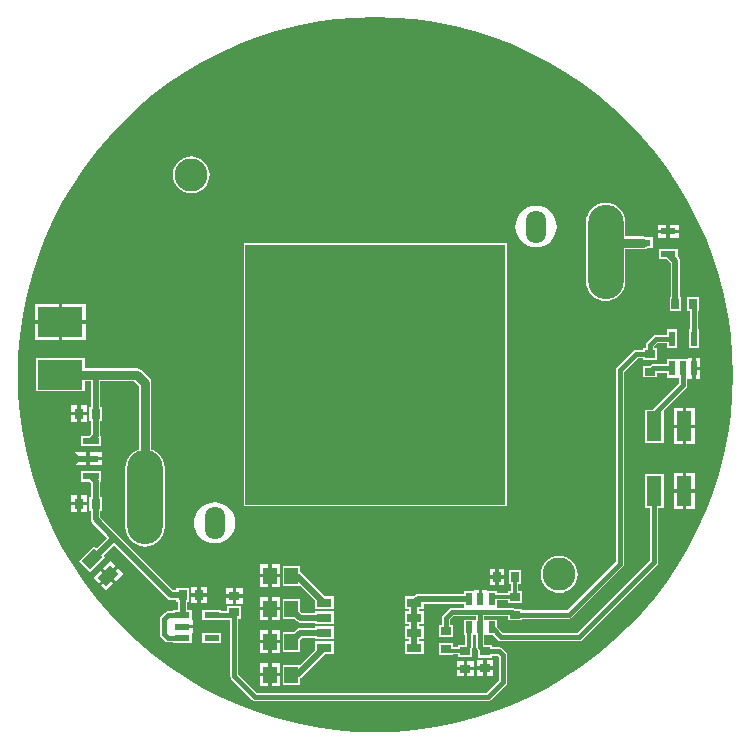
<source format=gtl>
%FSLAX24Y24*%
%MOIN*%
G70*
G01*
G75*
G04 Layer_Physical_Order=1*
G04 Layer_Color=255*
%ADD10R,0.0500X0.0299*%
%ADD11R,0.0551X0.0236*%
%ADD12R,0.0709X0.0236*%
%ADD13R,0.0315X0.0354*%
%ADD14R,0.0500X0.1000*%
%ADD15R,0.0512X0.0217*%
%ADD16R,0.0354X0.0315*%
%ADD17R,0.0472X0.0551*%
%ADD18R,0.0354X0.0276*%
%ADD19R,0.0217X0.0394*%
%ADD20R,0.0276X0.0354*%
%ADD21R,0.0217X0.0512*%
%ADD22R,0.0512X0.0236*%
%ADD23R,0.1500X0.1000*%
G04:AMPARAMS|DCode=24|XSize=60mil|YSize=40mil|CornerRadius=0mil|HoleSize=0mil|Usage=FLASHONLY|Rotation=45.000|XOffset=0mil|YOffset=0mil|HoleType=Round|Shape=Rectangle|*
%AMROTATEDRECTD24*
4,1,4,-0.0071,-0.0354,-0.0354,-0.0071,0.0071,0.0354,0.0354,0.0071,-0.0071,-0.0354,0.0*
%
%ADD24ROTATEDRECTD24*%

%ADD25O,0.1181X0.3150*%
%ADD26R,0.8661X0.8661*%
%ADD27C,0.0120*%
%ADD28C,0.0200*%
%ADD29C,0.0150*%
%ADD30C,0.0300*%
%ADD31O,0.0669X0.1102*%
%ADD32C,0.1100*%
%ADD33C,0.0400*%
G36*
X668Y11896D02*
X1334Y11840D01*
X1996Y11746D01*
X2651Y11616D01*
X3298Y11449D01*
X3935Y11246D01*
X4560Y11008D01*
X5170Y10735D01*
X5763Y10428D01*
X6339Y10088D01*
X6895Y9717D01*
X7429Y9315D01*
X7939Y8884D01*
X8425Y8425D01*
X8884Y7939D01*
X9315Y7429D01*
X9717Y6895D01*
X10088Y6339D01*
X10428Y5763D01*
X10735Y5170D01*
X11008Y4560D01*
X11246Y3935D01*
X11449Y3298D01*
X11616Y2651D01*
X11746Y1996D01*
X11840Y1334D01*
X11896Y668D01*
X11915Y0D01*
X11896Y-668D01*
X11840Y-1334D01*
X11746Y-1996D01*
X11616Y-2651D01*
X11449Y-3298D01*
X11246Y-3935D01*
X11008Y-4560D01*
X10735Y-5170D01*
X10428Y-5763D01*
X10088Y-6339D01*
X9717Y-6895D01*
X9315Y-7429D01*
X8884Y-7939D01*
X8425Y-8425D01*
X7939Y-8884D01*
X7429Y-9315D01*
X6895Y-9717D01*
X6339Y-10088D01*
X5763Y-10428D01*
X5170Y-10735D01*
X4560Y-11008D01*
X3935Y-11246D01*
X3298Y-11449D01*
X2651Y-11616D01*
X1996Y-11746D01*
X1334Y-11840D01*
X668Y-11896D01*
X0Y-11915D01*
X-668Y-11896D01*
X-1334Y-11840D01*
X-1996Y-11746D01*
X-2651Y-11616D01*
X-3298Y-11449D01*
X-3935Y-11246D01*
X-4560Y-11008D01*
X-5170Y-10735D01*
X-5763Y-10428D01*
X-6339Y-10088D01*
X-6895Y-9717D01*
X-7429Y-9315D01*
X-7939Y-8884D01*
X-8425Y-8425D01*
X-8884Y-7939D01*
X-9315Y-7429D01*
X-9717Y-6895D01*
X-10088Y-6339D01*
X-10428Y-5763D01*
X-10735Y-5170D01*
X-11008Y-4560D01*
X-11246Y-3935D01*
X-11449Y-3298D01*
X-11616Y-2651D01*
X-11746Y-1996D01*
X-11840Y-1334D01*
X-11896Y-668D01*
X-11915Y0D01*
X-11896Y668D01*
X-11840Y1334D01*
X-11746Y1996D01*
X-11616Y2651D01*
X-11449Y3298D01*
X-11246Y3935D01*
X-11008Y4560D01*
X-10735Y5170D01*
X-10428Y5763D01*
X-10088Y6339D01*
X-9717Y6895D01*
X-9315Y7429D01*
X-8884Y7939D01*
X-8425Y8425D01*
X-7939Y8884D01*
X-7429Y9315D01*
X-6895Y9717D01*
X-6339Y10088D01*
X-5763Y10428D01*
X-5170Y10735D01*
X-4560Y11008D01*
X-3935Y11246D01*
X-3298Y11449D01*
X-2651Y11616D01*
X-1996Y11746D01*
X-1334Y11840D01*
X-668Y11896D01*
X0Y11915D01*
X668Y11896D01*
D02*
G37*
%LPC*%
G36*
X-5934Y-7410D02*
X-6132D01*
Y-7627D01*
X-5934D01*
Y-7410D01*
D02*
G37*
G36*
X-4423Y-7434D02*
X-4640D01*
Y-7632D01*
X-4423D01*
Y-7434D01*
D02*
G37*
G36*
X-5617Y-7410D02*
X-5814D01*
Y-7627D01*
X-5617D01*
Y-7410D01*
D02*
G37*
G36*
X-4423Y-7117D02*
X-4640D01*
Y-7314D01*
X-4423D01*
Y-7117D01*
D02*
G37*
G36*
X-4760D02*
X-4977D01*
Y-7314D01*
X-4760D01*
Y-7117D01*
D02*
G37*
G36*
X-2499Y-6364D02*
X-3092D01*
Y-7036D01*
X-2499D01*
X-2499Y-7036D01*
Y-7036D01*
X-2496Y-7034D01*
X-2010Y-7521D01*
Y-7810D01*
X-1390D01*
Y-7390D01*
X-1679D01*
X-2485Y-6585D01*
X-2499Y-6575D01*
Y-6364D01*
D02*
G37*
G36*
X-3168Y-7860D02*
X-3444D01*
Y-8176D01*
X-3168D01*
Y-7860D01*
D02*
G37*
G36*
X-3564Y-7424D02*
X-3841D01*
Y-7740D01*
X-3564D01*
Y-7424D01*
D02*
G37*
G36*
X-4760Y-7434D02*
X-4977D01*
Y-7632D01*
X-4760D01*
Y-7434D01*
D02*
G37*
G36*
X-3168Y-7424D02*
X-3444D01*
Y-7740D01*
X-3168D01*
Y-7424D01*
D02*
G37*
G36*
X-5934Y-7073D02*
X-6132D01*
Y-7290D01*
X-5934D01*
Y-7073D01*
D02*
G37*
G36*
X4293Y-6810D02*
X4115D01*
Y-7027D01*
X4293D01*
Y-6810D01*
D02*
G37*
G36*
X3995D02*
X3817D01*
Y-7027D01*
X3995D01*
Y-6810D01*
D02*
G37*
G36*
X-9155Y-6530D02*
X-9395Y-6771D01*
X-9225Y-6940D01*
X-8985Y-6700D01*
X-9155Y-6530D01*
D02*
G37*
G36*
X3995Y-6473D02*
X3817D01*
Y-6690D01*
X3995D01*
Y-6473D01*
D02*
G37*
G36*
X-8575Y-6460D02*
X-8815Y-6700D01*
X-8645Y-6870D01*
X-8405Y-6629D01*
X-8575Y-6460D01*
D02*
G37*
G36*
X6130Y-6047D02*
X6010Y-6059D01*
X5895Y-6094D01*
X5789Y-6150D01*
X5697Y-6227D01*
X5620Y-6319D01*
X5564Y-6425D01*
X5529Y-6540D01*
X5517Y-6660D01*
X5529Y-6780D01*
X5564Y-6895D01*
X5620Y-7001D01*
X5697Y-7093D01*
X5789Y-7170D01*
X5895Y-7226D01*
X6010Y-7261D01*
X6130Y-7273D01*
X6250Y-7261D01*
X6365Y-7226D01*
X6471Y-7170D01*
X6563Y-7093D01*
X6640Y-7001D01*
X6696Y-6895D01*
X6731Y-6780D01*
X6743Y-6660D01*
X6731Y-6540D01*
X6696Y-6425D01*
X6640Y-6319D01*
X6563Y-6227D01*
X6471Y-6150D01*
X6365Y-6094D01*
X6250Y-6059D01*
X6130Y-6047D01*
D02*
G37*
G36*
X-5617Y-7073D02*
X-5814D01*
Y-7290D01*
X-5617D01*
Y-7073D01*
D02*
G37*
G36*
X-8900Y-6785D02*
X-9140Y-7025D01*
X-8971Y-7195D01*
X-8730Y-6955D01*
X-8900Y-6785D01*
D02*
G37*
G36*
X-3168Y-6760D02*
X-3444D01*
Y-7076D01*
X-3168D01*
Y-6760D01*
D02*
G37*
G36*
X-3564D02*
X-3841D01*
Y-7076D01*
X-3564D01*
Y-6760D01*
D02*
G37*
G36*
Y-7860D02*
X-3841D01*
Y-8176D01*
X-3564D01*
Y-7860D01*
D02*
G37*
G36*
Y-9624D02*
X-3841D01*
Y-9940D01*
X-3564D01*
Y-9624D01*
D02*
G37*
G36*
X3927Y-9836D02*
X3710D01*
Y-10033D01*
X3927D01*
Y-9836D01*
D02*
G37*
G36*
X-3168Y-9624D02*
X-3444D01*
Y-9940D01*
X-3168D01*
Y-9624D01*
D02*
G37*
G36*
X3277Y-9557D02*
X3060D01*
Y-9735D01*
X3277D01*
Y-9557D01*
D02*
G37*
G36*
X2940D02*
X2723D01*
Y-9735D01*
X2940D01*
Y-9557D01*
D02*
G37*
G36*
X-3168Y-10060D02*
X-3444D01*
Y-10376D01*
X-3168D01*
Y-10060D01*
D02*
G37*
G36*
X-3564D02*
X-3841D01*
Y-10376D01*
X-3564D01*
Y-10060D01*
D02*
G37*
G36*
X2940Y-9855D02*
X2723D01*
Y-10033D01*
X2940D01*
Y-9855D01*
D02*
G37*
G36*
X3590Y-9836D02*
X3373D01*
Y-10033D01*
X3590D01*
Y-9836D01*
D02*
G37*
G36*
X3277Y-9855D02*
X3060D01*
Y-10033D01*
X3277D01*
Y-9855D01*
D02*
G37*
G36*
X3590Y-9518D02*
X3373D01*
Y-9716D01*
X3590D01*
Y-9518D01*
D02*
G37*
G36*
X-3564Y-8524D02*
X-3841D01*
Y-8840D01*
X-3564D01*
Y-8524D01*
D02*
G37*
G36*
X-5142Y-8606D02*
X-5774D01*
Y-8942D01*
X-5142D01*
Y-8606D01*
D02*
G37*
G36*
X-3168Y-8524D02*
X-3444D01*
Y-8840D01*
X-3168D01*
Y-8524D01*
D02*
G37*
G36*
X-2499Y-7464D02*
X-3092D01*
Y-8136D01*
X-2691D01*
X-2611Y-8215D01*
X-2611D01*
X-2611Y-8215D01*
X-2611Y-8215D01*
Y-8215D01*
X-2558Y-8251D01*
X-2496Y-8263D01*
X-2010D01*
Y-8310D01*
X-1390D01*
Y-7890D01*
X-2010D01*
Y-7937D01*
X-2428D01*
X-2499Y-7866D01*
Y-7464D01*
D02*
G37*
G36*
X-1390Y-8390D02*
X-2010D01*
Y-8437D01*
X-2496D01*
X-2558Y-8449D01*
X-2611Y-8485D01*
X-2691Y-8564D01*
X-3092D01*
Y-9236D01*
X-2499D01*
Y-8834D01*
X-2428Y-8763D01*
X-2010D01*
Y-8810D01*
X-1390D01*
Y-8390D01*
D02*
G37*
G36*
Y-8890D02*
X-2010D01*
Y-9179D01*
X-2496Y-9666D01*
X-2499Y-9664D01*
Y-9664D01*
X-2499Y-9664D01*
X-3092D01*
Y-10336D01*
X-2499D01*
Y-10125D01*
X-2485Y-10115D01*
X-1679Y-9310D01*
X-1390D01*
Y-8890D01*
D02*
G37*
G36*
X3927Y-9518D02*
X3710D01*
Y-9716D01*
X3927D01*
Y-9518D01*
D02*
G37*
G36*
X-3564Y-8960D02*
X-3841D01*
Y-9276D01*
X-3564D01*
Y-8960D01*
D02*
G37*
G36*
X-9156Y-3212D02*
X-9827D01*
Y-3569D01*
X-9544D01*
X-9488Y-3625D01*
Y-4063D01*
X-9542D01*
Y-4537D01*
X-9488D01*
Y-4826D01*
X-9488Y-4826D01*
X-9488D01*
X-9475Y-4888D01*
X-9440Y-4941D01*
X-8931Y-5450D01*
X-9286Y-5805D01*
X-9379Y-5712D01*
X-9888Y-6221D01*
X-9521Y-6588D01*
X-9012Y-6079D01*
X-9055Y-6036D01*
X-8700Y-5681D01*
X-6915Y-7465D01*
X-6862Y-7501D01*
X-6800Y-7513D01*
X-6643D01*
Y-7587D01*
X-6589D01*
Y-7858D01*
X-6758D01*
Y-7888D01*
X-6926D01*
X-6979Y-7899D01*
X-7023Y-7929D01*
X-7147Y-8053D01*
X-7177Y-8097D01*
X-7188Y-8150D01*
Y-8650D01*
X-7188Y-8650D01*
X-7188D01*
X-7177Y-8703D01*
X-7147Y-8747D01*
X-7023Y-8871D01*
X-7023Y-8871D01*
X-6979Y-8901D01*
X-6926Y-8912D01*
X-6926Y-8912D01*
X-6758D01*
Y-8942D01*
X-6126D01*
Y-8608D01*
X-6086D01*
Y-8460D01*
X-6442D01*
Y-8340D01*
X-6086D01*
Y-8192D01*
X-6126D01*
Y-7858D01*
X-6262D01*
Y-7587D01*
X-6208D01*
Y-7113D01*
X-6643D01*
Y-7187D01*
X-6732D01*
X-8585Y-5335D01*
X-9161Y-4758D01*
Y-4537D01*
X-9107D01*
Y-4063D01*
X-9161D01*
Y-3569D01*
X-9156D01*
Y-3212D01*
D02*
G37*
G36*
X-3168Y-8960D02*
X-3444D01*
Y-9276D01*
X-3168D01*
Y-8960D01*
D02*
G37*
G36*
X10564Y564D02*
X10416D01*
Y524D01*
X10082D01*
D01*
D01*
X10082Y524D01*
X10044D01*
Y524D01*
X9708D01*
Y346D01*
X9253D01*
X9253Y346D01*
X9200Y335D01*
X9156Y305D01*
X9153Y303D01*
X8913D01*
Y-93D01*
X9387D01*
Y70D01*
X9708D01*
Y-108D01*
X10044D01*
Y-108D01*
X10044D01*
X10044Y-108D01*
X10082D01*
D01*
X10112Y-108D01*
Y-293D01*
X9240Y-1165D01*
X8990D01*
Y-2285D01*
X9610D01*
Y-1185D01*
X10347Y-447D01*
X10377Y-403D01*
X10388Y-350D01*
X10388Y-350D01*
X10388Y-350D01*
Y-350D01*
Y-148D01*
X10416D01*
Y-148D01*
X10564D01*
Y208D01*
Y564D01*
D02*
G37*
G36*
X10832D02*
X10684D01*
Y268D01*
X10832D01*
Y564D01*
D02*
G37*
G36*
X10793Y2587D02*
X10397D01*
Y2113D01*
X10486D01*
Y1508D01*
X10456D01*
Y876D01*
X10792D01*
Y1508D01*
X10762D01*
Y2113D01*
X10793D01*
Y2587D01*
D02*
G37*
G36*
X-9650Y1690D02*
X-10440D01*
Y1150D01*
X-9650D01*
Y1690D01*
D02*
G37*
G36*
X-10560D02*
X-11350D01*
Y1150D01*
X-10560D01*
Y1690D01*
D02*
G37*
G36*
X10832Y148D02*
X10684D01*
Y-148D01*
X10832D01*
Y148D01*
D02*
G37*
G36*
X-9936Y-1360D02*
X-10133D01*
Y-1577D01*
X-9936D01*
Y-1360D01*
D02*
G37*
G36*
X10650Y-1125D02*
X10360D01*
Y-1665D01*
X10650D01*
Y-1125D01*
D02*
G37*
G36*
X-9618Y-1360D02*
X-9816D01*
Y-1577D01*
X-9618D01*
Y-1360D01*
D02*
G37*
G36*
Y-1023D02*
X-9816D01*
Y-1240D01*
X-9618D01*
Y-1023D01*
D02*
G37*
G36*
X-9936D02*
X-10133D01*
Y-1240D01*
X-9936D01*
Y-1023D01*
D02*
G37*
G36*
X10119Y4714D02*
X9823D01*
Y4556D01*
X10119D01*
Y4714D01*
D02*
G37*
G36*
X9703D02*
X9407D01*
Y4556D01*
X9703D01*
Y4714D01*
D02*
G37*
G36*
Y4992D02*
X9407D01*
Y4834D01*
X9703D01*
Y4992D01*
D02*
G37*
G36*
X-6130Y7273D02*
X-6250Y7261D01*
X-6365Y7226D01*
X-6471Y7170D01*
X-6563Y7093D01*
X-6640Y7001D01*
X-6696Y6895D01*
X-6731Y6780D01*
X-6743Y6660D01*
X-6731Y6540D01*
X-6696Y6425D01*
X-6640Y6319D01*
X-6563Y6227D01*
X-6471Y6150D01*
X-6365Y6094D01*
X-6250Y6059D01*
X-6130Y6047D01*
X-6010Y6059D01*
X-5895Y6094D01*
X-5789Y6150D01*
X-5697Y6227D01*
X-5620Y6319D01*
X-5564Y6425D01*
X-5529Y6540D01*
X-5517Y6660D01*
X-5529Y6780D01*
X-5564Y6895D01*
X-5620Y7001D01*
X-5697Y7093D01*
X-5789Y7170D01*
X-5895Y7226D01*
X-6010Y7261D01*
X-6130Y7273D01*
D02*
G37*
G36*
X10119Y4992D02*
X9823D01*
Y4834D01*
X10119D01*
Y4992D01*
D02*
G37*
G36*
X5358Y5625D02*
X5224Y5612D01*
X5095Y5573D01*
X4976Y5509D01*
X4872Y5424D01*
X4786Y5319D01*
X4722Y5200D01*
X4683Y5071D01*
X4670Y4937D01*
X4683Y4803D01*
X4722Y4674D01*
X4786Y4555D01*
X4872Y4450D01*
X4976Y4365D01*
X5095Y4301D01*
X5224Y4262D01*
X5358Y4249D01*
X5493Y4262D01*
X5622Y4301D01*
X5741Y4365D01*
X5845Y4450D01*
X5931Y4555D01*
X5994Y4674D01*
X6033Y4803D01*
X6047Y4937D01*
X6033Y5071D01*
X5994Y5200D01*
X5931Y5319D01*
X5845Y5424D01*
X5741Y5509D01*
X5622Y5573D01*
X5493Y5612D01*
X5358Y5625D01*
D02*
G37*
G36*
X-10560Y2350D02*
X-11350D01*
Y1810D01*
X-10560D01*
Y2350D01*
D02*
G37*
G36*
X10044Y1508D02*
X9708D01*
Y1330D01*
X9342D01*
X9342Y1330D01*
X9289Y1319D01*
X9245Y1289D01*
X9245Y1289D01*
X9053Y1097D01*
X9023Y1053D01*
X9012Y1000D01*
Y893D01*
X8913D01*
Y833D01*
X8695D01*
X8695Y833D01*
X8643Y822D01*
X8598Y793D01*
X8053Y247D01*
X8023Y203D01*
X8012Y150D01*
Y-6243D01*
X6398Y-7858D01*
X4887D01*
Y-7797D01*
X4644D01*
X4607Y-7773D01*
X4555Y-7762D01*
X4042D01*
Y-7734D01*
X4042D01*
Y-7527D01*
X4413D01*
Y-7603D01*
X4887D01*
Y-7207D01*
X4772D01*
Y-6987D01*
X4843D01*
Y-6513D01*
X4447D01*
Y-6987D01*
X4528D01*
Y-7207D01*
X4413D01*
Y-7282D01*
X4042D01*
Y-7221D01*
X3708D01*
Y-7181D01*
X3560D01*
Y-7478D01*
X3440D01*
Y-7181D01*
X3292D01*
Y-7221D01*
X2958D01*
Y-7314D01*
X1422D01*
X1360Y-7327D01*
X1307Y-7362D01*
X1279Y-7390D01*
X990D01*
Y-7810D01*
X1137D01*
Y-7890D01*
X990D01*
Y-8310D01*
X1137D01*
Y-8390D01*
X990D01*
Y-8810D01*
X1137D01*
Y-8890D01*
X990D01*
Y-9310D01*
X1610D01*
Y-8890D01*
X1463D01*
Y-8810D01*
X1610D01*
Y-8390D01*
X1463D01*
Y-8310D01*
X1610D01*
Y-7890D01*
X1463D01*
Y-7810D01*
X1610D01*
Y-7641D01*
X2958D01*
Y-7734D01*
D01*
Y-7734D01*
X2930Y-7762D01*
X2550D01*
X2497Y-7773D01*
X2453Y-7803D01*
X2253Y-8003D01*
X2223Y-8047D01*
X2212Y-8100D01*
Y-8357D01*
X2113D01*
Y-8753D01*
X2587D01*
Y-8357D01*
X2488D01*
Y-8157D01*
X2607Y-8038D01*
X3362D01*
Y-8166D01*
X3332Y-8166D01*
D01*
X3294D01*
Y-8166D01*
X2958D01*
Y-8679D01*
X3004D01*
Y-9007D01*
X2763D01*
Y-9082D01*
X2587D01*
Y-8947D01*
X2113D01*
Y-9343D01*
X2587D01*
Y-9327D01*
X2763D01*
Y-9403D01*
X3237D01*
Y-9128D01*
X3239Y-9126D01*
X3248Y-9079D01*
Y-8679D01*
X3294Y-8679D01*
D01*
D01*
X3332D01*
D01*
X3362Y-8679D01*
Y-9074D01*
X3362Y-9074D01*
X3362D01*
X3373Y-9127D01*
X3403Y-9172D01*
X3413Y-9182D01*
Y-9442D01*
X3887D01*
Y-9362D01*
X4067D01*
X4112Y-9407D01*
Y-10193D01*
X3693Y-10612D01*
X-3943D01*
X-4562Y-9993D01*
Y-8143D01*
X-4463D01*
Y-7708D01*
X-4937D01*
Y-7888D01*
X-5142D01*
Y-7858D01*
X-5774D01*
Y-8194D01*
X-5142D01*
Y-8164D01*
X-4838D01*
Y-10050D01*
X-4838Y-10050D01*
X-4838D01*
X-4827Y-10103D01*
X-4797Y-10147D01*
X-4097Y-10847D01*
X-4053Y-10877D01*
X-4000Y-10888D01*
X3750D01*
X3803Y-10877D01*
X3847Y-10847D01*
X4347Y-10347D01*
X4377Y-10303D01*
X4388Y-10250D01*
X4388Y-10250D01*
Y-9350D01*
X4377Y-9297D01*
X4347Y-9253D01*
X4347Y-9253D01*
X4222Y-9127D01*
X4177Y-9097D01*
X4124Y-9087D01*
X3887D01*
Y-9007D01*
X3638D01*
Y-8679D01*
X3668Y-8679D01*
D01*
D01*
X3706D01*
Y-8679D01*
X3936D01*
X4104Y-8847D01*
X4104Y-8847D01*
X4131Y-8865D01*
X4149Y-8877D01*
X4202Y-8888D01*
X6800D01*
X6853Y-8877D01*
X6897Y-8847D01*
X9397Y-6347D01*
X9427Y-6303D01*
X9438Y-6250D01*
X9438Y-6250D01*
X9438Y-6250D01*
Y-6250D01*
Y-4435D01*
X9610D01*
Y-3315D01*
X8990D01*
Y-4435D01*
X9162D01*
Y-6193D01*
X6743Y-8612D01*
X4259D01*
X4042Y-8396D01*
Y-8166D01*
X3706D01*
D01*
D01*
X3706Y-8166D01*
X3668D01*
D01*
X3638Y-8166D01*
Y-8038D01*
X4413D01*
Y-8193D01*
X4887D01*
Y-8133D01*
X6455D01*
X6507Y-8122D01*
X6552Y-8093D01*
X8247Y-6397D01*
X8247Y-6397D01*
X8265Y-6371D01*
X8277Y-6353D01*
X8288Y-6300D01*
X8288Y-6300D01*
X8288Y-6300D01*
Y-6300D01*
Y93D01*
X8752Y558D01*
X8913D01*
Y497D01*
X9387D01*
Y893D01*
X9288D01*
Y943D01*
X9399Y1054D01*
X9708D01*
Y876D01*
X10044D01*
Y1508D01*
D02*
G37*
G36*
X-9650Y2350D02*
X-10440D01*
Y1810D01*
X-9650D01*
Y2350D01*
D02*
G37*
G36*
X7677Y5732D02*
X7550Y5720D01*
X7427Y5683D01*
X7314Y5622D01*
X7215Y5541D01*
X7134Y5442D01*
X7073Y5329D01*
X7036Y5206D01*
X7023Y5079D01*
Y3110D01*
X7036Y2983D01*
X7073Y2860D01*
X7134Y2747D01*
X7215Y2648D01*
X7314Y2567D01*
X7427Y2506D01*
X7550Y2469D01*
X7677Y2457D01*
X7805Y2469D01*
X7927Y2506D01*
X8040Y2567D01*
X8139Y2648D01*
X8221Y2747D01*
X8281Y2860D01*
X8318Y2983D01*
X8331Y3110D01*
Y4186D01*
X8937D01*
X9019Y4202D01*
X9048Y4222D01*
X9253D01*
Y4578D01*
X9048D01*
X9019Y4598D01*
X8937Y4614D01*
X8331D01*
Y5079D01*
X8318Y5206D01*
X8281Y5329D01*
X8221Y5442D01*
X8139Y5541D01*
X8040Y5622D01*
X7927Y5683D01*
X7805Y5720D01*
X7677Y5732D01*
D02*
G37*
G36*
X10079Y4204D02*
X9447D01*
Y3848D01*
X9711D01*
X9842Y3717D01*
Y2587D01*
X9807D01*
Y2113D01*
X10203D01*
Y2587D01*
X10168D01*
Y3785D01*
X10155Y3847D01*
X10120Y3900D01*
X10079Y3941D01*
Y4204D01*
D02*
G37*
G36*
X-9618Y-4360D02*
X-9816D01*
Y-4577D01*
X-9618D01*
Y-4360D01*
D02*
G37*
G36*
X-9936D02*
X-10133D01*
Y-4577D01*
X-9936D01*
Y-4360D01*
D02*
G37*
G36*
X10240Y-3935D02*
X9950D01*
Y-4475D01*
X10240D01*
Y-3935D01*
D02*
G37*
G36*
X4391Y4391D02*
X-4391D01*
Y-4391D01*
X4391D01*
Y4391D01*
D02*
G37*
G36*
X10650Y-3935D02*
X10360D01*
Y-4475D01*
X10650D01*
Y-3935D01*
D02*
G37*
G36*
X-5358Y-4249D02*
X-5493Y-4262D01*
X-5622Y-4301D01*
X-5741Y-4365D01*
X-5845Y-4450D01*
X-5931Y-4555D01*
X-5994Y-4674D01*
X-6033Y-4803D01*
X-6047Y-4937D01*
X-6033Y-5071D01*
X-5994Y-5200D01*
X-5931Y-5319D01*
X-5845Y-5424D01*
X-5741Y-5509D01*
X-5622Y-5573D01*
X-5493Y-5612D01*
X-5358Y-5625D01*
X-5224Y-5612D01*
X-5095Y-5573D01*
X-4976Y-5509D01*
X-4872Y-5424D01*
X-4786Y-5319D01*
X-4722Y-5200D01*
X-4683Y-5071D01*
X-4670Y-4937D01*
X-4683Y-4803D01*
X-4722Y-4674D01*
X-4786Y-4555D01*
X-4872Y-4450D01*
X-4976Y-4365D01*
X-5095Y-4301D01*
X-5224Y-4262D01*
X-5358Y-4249D01*
D02*
G37*
G36*
X-3564Y-6324D02*
X-3841D01*
Y-6640D01*
X-3564D01*
Y-6324D01*
D02*
G37*
G36*
X4293Y-6473D02*
X4115D01*
Y-6690D01*
X4293D01*
Y-6473D01*
D02*
G37*
G36*
X-3168Y-6324D02*
X-3444D01*
Y-6640D01*
X-3168D01*
Y-6324D01*
D02*
G37*
G36*
X-9690Y560D02*
X-11310D01*
Y-560D01*
X-9690D01*
Y-214D01*
X-9488D01*
Y-1063D01*
X-9542D01*
Y-1537D01*
X-9488D01*
Y-1975D01*
X-9544Y-2031D01*
X-9827D01*
Y-2388D01*
X-9156D01*
Y-2031D01*
X-9161D01*
Y-1537D01*
X-9107D01*
Y-1063D01*
X-9161D01*
Y-214D01*
X-8039D01*
X-7891Y-362D01*
Y-2495D01*
X-7927Y-2506D01*
X-8040Y-2567D01*
X-8139Y-2648D01*
X-8221Y-2747D01*
X-8281Y-2860D01*
X-8318Y-2983D01*
X-8331Y-3110D01*
Y-5079D01*
X-8318Y-5206D01*
X-8281Y-5329D01*
X-8221Y-5442D01*
X-8139Y-5541D01*
X-8040Y-5622D01*
X-7927Y-5683D01*
X-7805Y-5720D01*
X-7677Y-5732D01*
X-7550Y-5720D01*
X-7427Y-5683D01*
X-7314Y-5622D01*
X-7215Y-5541D01*
X-7134Y-5442D01*
X-7073Y-5329D01*
X-7036Y-5206D01*
X-7023Y-5079D01*
Y-3110D01*
X-7036Y-2983D01*
X-7073Y-2860D01*
X-7134Y-2747D01*
X-7215Y-2648D01*
X-7314Y-2567D01*
X-7427Y-2506D01*
X-7463Y-2495D01*
Y-273D01*
X-7479Y-191D01*
X-7526Y-121D01*
X-7799Y151D01*
X-7868Y198D01*
X-7950Y214D01*
X-9690D01*
Y560D01*
D02*
G37*
G36*
X-8829Y-6205D02*
X-9070Y-6445D01*
X-8900Y-6615D01*
X-8660Y-6375D01*
X-8829Y-6205D01*
D02*
G37*
G36*
X-9116Y-2582D02*
X-9510D01*
Y-2740D01*
X-9116D01*
Y-2582D01*
D02*
G37*
G36*
X-9630D02*
X-10024D01*
Y-2582D01*
X-9924Y-2682D01*
Y-2740D01*
X-9630D01*
Y-2582D01*
D02*
G37*
G36*
X10240Y-1785D02*
X9950D01*
Y-2325D01*
X10240D01*
Y-1785D01*
D02*
G37*
G36*
Y-1125D02*
X9950D01*
Y-1665D01*
X10240D01*
Y-1125D01*
D02*
G37*
G36*
X10650Y-1785D02*
X10360D01*
Y-2325D01*
X10650D01*
Y-1785D01*
D02*
G37*
G36*
X-9116Y-2860D02*
X-9510D01*
Y-3018D01*
X-9116D01*
Y-2860D01*
D02*
G37*
G36*
X-9618Y-4023D02*
X-9816D01*
Y-4240D01*
X-9618D01*
Y-4023D01*
D02*
G37*
G36*
X-9936D02*
X-10133D01*
Y-4240D01*
X-9936D01*
Y-4023D01*
D02*
G37*
G36*
X10240Y-3275D02*
X9950D01*
Y-3815D01*
X10240D01*
Y-3275D01*
D02*
G37*
G36*
X-9630Y-2860D02*
X-9924D01*
Y-2918D01*
X-10024Y-3018D01*
Y-3018D01*
X-9630D01*
Y-2860D01*
D02*
G37*
G36*
X10650Y-3275D02*
X10360D01*
Y-3815D01*
X10650D01*
Y-3275D01*
D02*
G37*
%LPD*%
D10*
X-1700Y-9100D02*
D03*
Y-8600D02*
D03*
Y-8100D02*
D03*
Y-7600D02*
D03*
X1300D02*
D03*
Y-8100D02*
D03*
Y-8600D02*
D03*
Y-9100D02*
D03*
D11*
X-9491Y-2209D02*
D03*
Y-3391D02*
D03*
D12*
X-9570Y-2800D02*
D03*
D13*
X-6426Y-7350D02*
D03*
X-5874D02*
D03*
X-9324Y-4300D02*
D03*
X-9876D02*
D03*
X-9324Y-1300D02*
D03*
X-9876D02*
D03*
D14*
X10300Y-1725D02*
D03*
Y-3875D02*
D03*
X9300Y-1725D02*
D03*
Y-3875D02*
D03*
D15*
X-5458Y-8026D02*
D03*
Y-8774D02*
D03*
X-6442D02*
D03*
Y-8400D02*
D03*
Y-8026D02*
D03*
D16*
X-4700Y-7926D02*
D03*
Y-7374D02*
D03*
X3650Y-9224D02*
D03*
Y-9776D02*
D03*
D17*
X-2796Y-10000D02*
D03*
X-3504D02*
D03*
X-2796Y-8900D02*
D03*
X-3504D02*
D03*
X-2796Y-7800D02*
D03*
X-3504D02*
D03*
X-2796Y-6700D02*
D03*
X-3504D02*
D03*
D18*
X2350Y-8555D02*
D03*
Y-9145D02*
D03*
X3000Y-9205D02*
D03*
Y-9795D02*
D03*
X4650Y-7995D02*
D03*
Y-7405D02*
D03*
X9150Y695D02*
D03*
Y105D02*
D03*
D19*
X3874Y-7478D02*
D03*
X3500D02*
D03*
X3126D02*
D03*
Y-8422D02*
D03*
X3500D02*
D03*
X3874D02*
D03*
D20*
X4645Y-6750D02*
D03*
X4055D02*
D03*
X10595Y2350D02*
D03*
X10005D02*
D03*
D21*
X9876Y1192D02*
D03*
X10624D02*
D03*
Y208D02*
D03*
X10250D02*
D03*
X9876D02*
D03*
D22*
X8937Y4400D02*
D03*
X9763Y4774D02*
D03*
Y4026D02*
D03*
D23*
X-10500Y1750D02*
D03*
Y0D02*
D03*
D24*
X-9450Y-6150D02*
D03*
X-8900Y-6700D02*
D03*
D25*
X-7677Y-4094D02*
D03*
X7677Y4094D02*
D03*
D26*
X0Y0D02*
D03*
D27*
X4650Y-7405D02*
Y-6755D01*
X3126Y-9079D02*
Y-8422D01*
X3000Y-9205D02*
X3126Y-9079D01*
X2350Y-9205D02*
X3000D01*
X2350Y-9205D02*
X2350Y-9205D01*
X3874Y-7478D02*
X3947Y-7405D01*
X4650D01*
D28*
X-9324Y-2043D02*
Y-1300D01*
X-9491Y-2209D02*
X-9324Y-2043D01*
X-9491Y-3391D02*
X-9324Y-3557D01*
Y-4300D02*
Y-3557D01*
X-6426Y-8009D02*
Y-7350D01*
X-2796Y-10000D02*
X-2600D01*
X-1700Y-9100D01*
X-2796Y-8900D02*
X-2496Y-8600D01*
X-1700D01*
X-2796Y-7800D02*
X-2496Y-8100D01*
X-1700D01*
X-2796Y-6700D02*
X-2600D01*
X-1700Y-7600D01*
X1300Y-9100D02*
Y-8600D01*
Y-8100D01*
Y-7600D01*
X1422Y-7478D01*
X3126D01*
X-9324Y-4826D02*
Y-4300D01*
X-6800Y-7350D02*
X-6426D01*
X-9324Y-4826D02*
X-8700Y-5450D01*
X-6800Y-7350D01*
X-9450Y-6150D02*
X-9400D01*
X-8700Y-5450D01*
X10005Y2350D02*
Y3785D01*
X9763Y4026D02*
X10005Y3785D01*
X-9324Y-1300D02*
Y-24D01*
X-9300Y0D01*
D29*
X-5458Y-8026D02*
X-4800D01*
X-4700Y-7926D01*
Y-10050D02*
Y-7926D01*
X4250Y-10250D02*
Y-9350D01*
X4124Y-9224D02*
X4250Y-9350D01*
X3650Y-9224D02*
X4124D01*
X3500Y-9074D02*
Y-8422D01*
Y-9074D02*
X3650Y-9224D01*
X9342Y1192D02*
X9876D01*
X9150Y1000D02*
X9342Y1192D01*
X9150Y695D02*
Y1000D01*
X3500Y-8422D02*
Y-7950D01*
X2550Y-7900D02*
X4555D01*
X4650Y-7995D01*
X3874Y-8422D02*
X4202Y-8750D01*
X6800D01*
X9300Y-6250D01*
Y-3875D01*
Y-1725D02*
Y-1300D01*
X10250Y-350D01*
Y208D01*
X9253D02*
X9876D01*
X9150Y105D02*
X9253Y208D01*
X10624Y1192D02*
Y2321D01*
X-4700Y-10050D02*
X-4000Y-10750D01*
X3750D01*
X4250Y-10250D01*
X2350Y-8555D02*
Y-8100D01*
X2550Y-7900D01*
X4650Y-7995D02*
X6455D01*
X8150Y-6300D01*
Y150D01*
X8695Y695D01*
X9150D01*
X-6926Y-8026D02*
X-6442D01*
X-7050Y-8150D02*
X-6926Y-8026D01*
X-7050Y-8650D02*
Y-8150D01*
Y-8650D02*
X-6926Y-8774D01*
X-6442D01*
D30*
X7983Y4400D02*
X8937D01*
X7677Y4094D02*
X7983Y4400D01*
X-7950Y0D02*
X-7677Y-273D01*
Y-4094D02*
Y-273D01*
X-10500Y0D02*
X-9300D01*
X-7950D01*
D31*
X-5358Y-4937D02*
D03*
X5358Y4937D02*
D03*
D32*
X6130Y-6660D02*
D03*
X-6130Y6660D02*
D03*
D33*
X0Y0D02*
D03*
X787D02*
D03*
X1575D02*
D03*
X2362D02*
D03*
X-787D02*
D03*
X-1575D02*
D03*
X-2362D02*
D03*
Y787D02*
D03*
X-1575D02*
D03*
X-787D02*
D03*
X2362D02*
D03*
X1575D02*
D03*
X787D02*
D03*
X0D02*
D03*
X-2362Y1575D02*
D03*
X-1575D02*
D03*
X-787D02*
D03*
X2362D02*
D03*
X1575D02*
D03*
X787D02*
D03*
X0D02*
D03*
X-2362Y-787D02*
D03*
X-1575D02*
D03*
X-787D02*
D03*
X2362D02*
D03*
X1575D02*
D03*
X787D02*
D03*
X0D02*
D03*
X-2362Y-1575D02*
D03*
X-1575D02*
D03*
X-787D02*
D03*
X2362D02*
D03*
X1575D02*
D03*
X787D02*
D03*
X0D02*
D03*
X-2362Y-2362D02*
D03*
X-1575D02*
D03*
X-787D02*
D03*
X2362D02*
D03*
X1575D02*
D03*
X787D02*
D03*
X0D02*
D03*
X-2362Y2362D02*
D03*
X-1575D02*
D03*
X-787D02*
D03*
X2362D02*
D03*
X1575D02*
D03*
X787D02*
D03*
X0D02*
D03*
M02*

</source>
